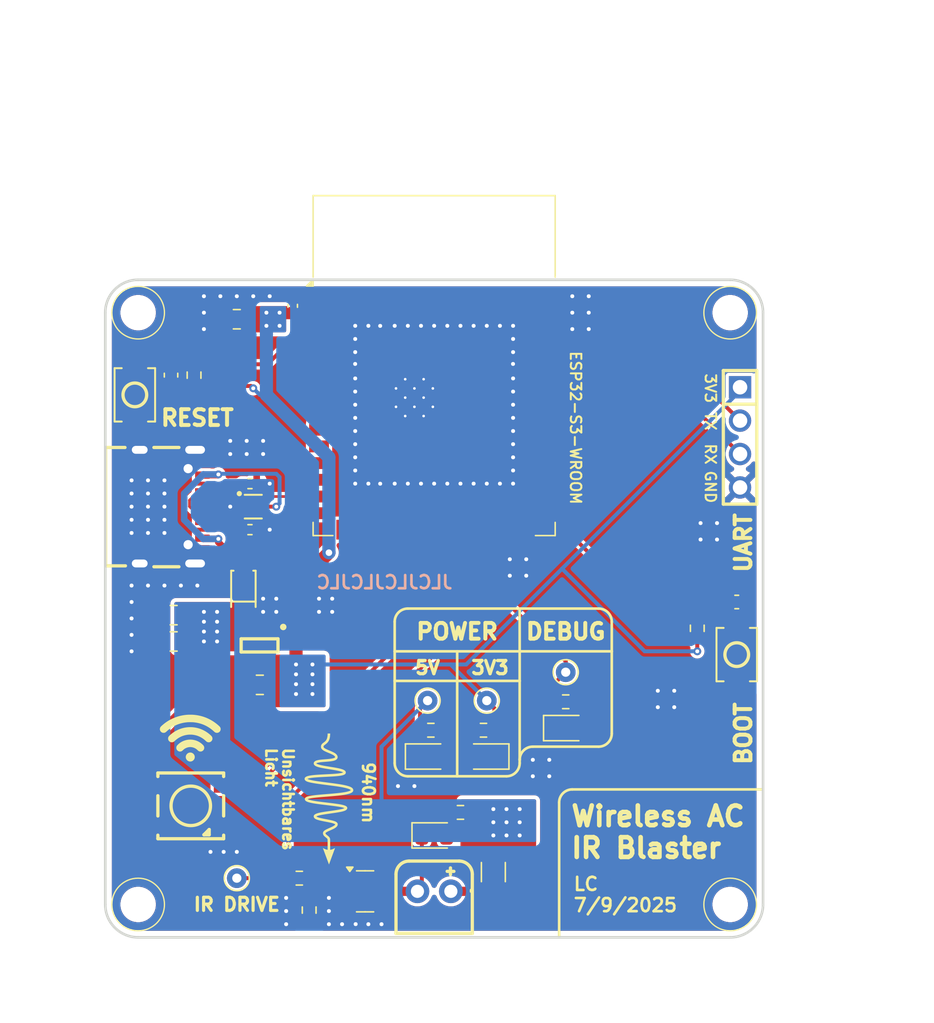
<source format=kicad_pcb>
(kicad_pcb (version 20241229) (generator "pcbnew") (generator_version "9.0")
  (layers (0 "F.Cu" signal) (2 "B.Cu" signal) (13 "F.Paste" user) (15 "B.Paste" user) (5 "F.SilkS" user "F.Silkscreen") (7 "B.SilkS" user "B.Silkscreen") (1 "F.Mask" user) (3 "B.Mask" user) (25 "Edge.Cuts" user))
  (net 0 "")
  (net 1 "GND")
  (net 2 "EN")
  (net 3 "BOOT")
  (net 4 "+3V3")
  (net 5 "VDC")
  (net 6 "Net-(D2-A)")
  (net 7 "Net-(D3-A)")
  (net 8 "D-")
  (net 9 "D+")
  (net 12 "/V_BUS")
  (net 13 "Net-(D6-K)")
  (net 14 "IR_LED_DRIVE")
  (net 16 "LED_STATUS")
  (net 17 "Net-(D5-A)")
  (net 18 "Net-(D6-A)")
  (net 19 "/CC2")
  (net 20 "/CC1")
  (net 21 "Net-(Q1-G)")
  (net 22 "TX")
  (net 23 "RX")
  (net 24 "Net-(D7-A)")
  (net 25 "DEBUG")
  (footprint "TestPoint:TestPoint_THTPad_D1.5mm_Drill0.7mm" (layer "F.Cu") (at -15 39)
    (property "Reference" "TP4" (hide yes))
    (property "Value" "TestPoint" (hide yes))
  )
  (footprint "Capacitor_SMD:C_0603_1608Metric" (layer "F.Cu") (at 23 18)
    (property "Reference" "C7" (hide yes))
    (property "Value" "1u" (hide yes))
  )
  (footprint "Capacitor_SMD:C_0805_2012Metric" (layer "F.Cu") (at -19.8 21 180)
    (property "Reference" "C1" (hide yes))
    (property "Value" "10u" (hide yes))
  )
  (footprint "MountingHole:MountingHole_2.2mm_M2" (layer "F.Cu") (at -22.5 41)
    (property "Reference" "H3" (hide yes))
    (property "Value" "MountingHole" (hide yes))
  )
  (footprint "libs:SOT-666-6_L1.6-W1.2-P0.50-LS1.6-BR" (layer "F.Cu") (at -13.75 10.75 180)
    (property "Reference" "D4" (hide yes))
    (property "Value" "PRTR5V0U2X" (hide yes))
  )
  (footprint "Resistor_SMD:R_0603_1608Metric" (layer "F.Cu") (at -9.5 41.425 90)
    (property "Reference" "R11" (hide yes))
    (property "Value" "100k" (hide yes))
  )
  (footprint "Capacitor_SMD:C_0805_2012Metric" (layer "F.Cu") (at -13.25 24.3 180)
    (property "Reference" "C3" (hide yes))
    (property "Value" "1u" (hide yes))
  )
  (footprint "Capacitor_SMD:C_0805_2012Metric" (layer "F.Cu") (at -19.8 19 180)
    (property "Reference" "C2" (hide yes))
    (property "Value" "1u" (hide yes))
  )
  (footprint "TestPoint:TestPoint_THTPad_D1.5mm_Drill0.7mm" (layer "F.Cu") (at -0.5 25.5)
    (property "Reference" "TP2" (hide yes))
    (property "Value" "TestPoint" (hide yes))
  )
  (footprint "LC_libz_foot:IR_LED_TH_5MM" (layer "F.Cu") (at 0 40)
    (property "Reference" "D6" (hide yes))
    (property "Value" "LED" (hide yes))
  )
  (footprint "TestPoint:TestPoint_THTPad_D1.5mm_Drill0.7mm" (layer "F.Cu") (at 4 25.5)
    (property "Reference" "TP1" (hide yes))
    (property "Value" "TestPoint" (hide yes))
  )
  (footprint "libs:HDR-TH_4P-P2.54-V-M" (layer "F.Cu") (at 23.25 5.48 -90)
    (property "Reference" "J2" (hide yes))
    (property "Value" "Conn_01x04_Pin" (hide yes))
  )
  (footprint "LOGO" (layer "F.Cu") (at -18.5 28.5)
    (property "Reference" "G***" (hide yes))
    (property "Value" "LOGO" (hide yes))
  )
  (footprint "LED_SMD:LED_0805_2012Metric" (layer "F.Cu") (at 10 27.5875)
    (property "Reference" "D5" (hide yes))
    (property "Value" "YELLOW" (hide yes))
  )
  (footprint "MountingHole:MountingHole_2.2mm_M2" (layer "F.Cu") (at 22.5 41)
    (property "Reference" "H4" (hide yes))
    (property "Value" "MountingHole" (hide yes))
  )
  (footprint "MountingHole:MountingHole_2.2mm_M2" (layer "F.Cu") (at 22.5 -4)
    (property "Reference" "H2" (hide yes))
    (property "Value" "MountingHole" (hide yes))
  )
  (footprint "MountingHole:MountingHole_2.2mm_M2" (layer "F.Cu") (at -22.5 -4)
    (property "Reference" "H1" (hide yes))
    (property "Value" "MountingHole" (hide yes))
  )
  (footprint "Resistor_SMD:R_0603_1608Metric" (layer "F.Cu") (at 3.75 27.75)
    (property "Reference" "R1" (hide yes))
    (property "Value" "680R" (hide yes))
  )
  (footprint "Capacitor_SMD:C_0603_1608Metric" (layer "F.Cu") (at -20 0.75 -90)
    (property "Reference" "C6" (hide yes))
    (property "Value" "1u" (hide yes))
  )
  (footprint "Resistor_SMD:R_0603_1608Metric" (layer "F.Cu") (at -10.25 39 180)
    (property "Reference" "R10" (hide yes))
    (property "Value" "100R" (hide yes))
  )
  (footprint "Resistor_SMD:R_1206_3216Metric" (layer "F.Cu") (at 4.5 38.5375 90)
    (property "Reference" "R8" (hide yes))
    (property "Value" "30R" (hide yes))
  )
  (footprint "TestPoint:TestPoint_THTPad_D1.5mm_Drill0.7mm" (layer "F.Cu") (at 10 23.3375)
    (property "Reference" "TP3" (hide yes))
    (property "Value" "TestPoint" (hide yes))
  )
  (footprint "Resistor_SMD:R_0402_1005Metric" (layer "F.Cu") (at -14 9 180)
    (property "Reference" "R3" (hide yes))
    (property "Value" "5k1" (hide yes))
  )
  (footprint "LED_SMD:LED_0805_2012Metric" (layer "F.Cu") (at 0 35.75)
    (property "Reference" "D7" (hide yes))
    (property "Value" "RED" (hide yes))
  )
  (footprint "Resistor_SMD:R_0603_1608Metric" (layer "F.Cu") (at 2 34)
    (property "Reference" "R9" (hide yes))
    (property "Value" "330R" (hide yes))
  )
  (footprint "Resistor_SMD:R_0603_1608Metric" (layer "F.Cu") (at -18.25 0.75 -90)
    (property "Reference" "R6" (hide yes))
    (property "Value" "10k" (hide yes))
  )
  (footprint "Package_TO_SOT_SMD:SOT-23" (layer "F.Cu") (at -5.25 40)
    (property "Reference" "Q1" (hide yes))
    (property "Value" "NMOS" (hide yes))
  )
  (footprint "libs:SW-SMD_L3.9-W3.0-P4.45" (layer "F.Cu") (at 23 22 90)
    (property "Reference" "SW2" (hide yes))
    (property "Value" "SW_Push" (hide yes))
  )
  (footprint "Resistor_SMD:R_0603_1608Metric" (layer "F.Cu") (at -0.25 27.75 180)
    (property "Reference" "R2" (hide yes))
    (property "Value" "2k2" (hide yes))
  )
  (footprint "LOGO" (layer "F.Cu") (at -8 33 -90)
    (property "Reference" "G***" (hide yes))
    (property "Value" "LOGO" (hide yes))
  )
  (footprint "LED_SMD:LED_0805_2012Metric" (layer "F.Cu") (at -0.5 29.75)
    (property "Reference" "D3" (hide yes))
    (property "Value" "GREEN" (hide yes))
  )
  (footprint "Capacitor_SMD:C_0402_1005Metric" (layer "F.Cu") (at -10.75 -4.52 90)
    (property "Reference" "C5" (hide yes))
    (property "Value" "100n" (hide yes))
  )
  (footprint "LC_libz_foot:1N5819HW" (layer "F.Cu") (at -14.5 17 90)
    (property "Reference" "D1" (hide yes))
    (property "Value" "1N5819HW" (hide yes))
  )
  (footprint "libs:USB-C-SMD_TYPE-C-6PIN-2MD-073" (layer "F.Cu") (at -20 10.75 -90)
    (property "Reference" "J1" (hide yes))
    (property "Value" "TYPE-C 16PIN 2MD(073)" (hide yes))
  )
  (footprint "LED_SMD:LED_0805_2012Metric" (layer "F.Cu") (at 4 29.75 180)
    (property "Reference" "D2" (hide yes))
    (property "Value" "GREEN" (hide yes))
  )
  (footprint "libs:SOT-25-5_L2.9-W1.6-P0.95-LS2.8-BL" (layer "F.Cu") (at -13.25 21.3 180)
    (property "Reference" "U1" (hide yes))
    (property "Value" "AP2112K-3.3TRG1" (hide yes))
  )
  (footprint "Capacitor_SMD:C_0805_2012Metric" (layer "F.Cu") (at -15 -3.5 180)
    (property "Reference" "C4" (hide yes))
    (property "Value" "10u" (hide yes))
  )
  (footprint "Resistor_SMD:R_0603_1608Metric" (layer "F.Cu") (at 20 20 -90)
    (property "Reference" "R7" (hide yes))
    (property "Value" "10k" (hide yes))
  )
  (footprint "Resistor_SMD:R_0402_1005Metric" (layer "F.Cu") (at -14 12.5 180)
    (property "Reference" "R4" (hide yes))
    (property "Value" "5k1" (hide yes))
  )
  (footprint "Resistor_SMD:R_0603_1608Metric" (layer "F.Cu") (at 10 25.5875 180)
    (property "Reference" "R5" (hide yes))
    (property "Value" "1k" (hide yes))
  )
  (footprint "LC_libz_foot:WS2812B_5050" (layer "F.Cu") (at -18.5 33.5 -90)
    (property "Reference" "U2" (hide yes))
    (property "Value" "WS2812B_5050" (hide yes))
  )
  (footprint "libs:SW-SMD_L3.9-W3.0-P4.45" (layer "F.Cu") (at -22.75 2.25 90)
    (property "Reference" "SW1" (hide yes))
    (property "Value" "SW_Push" (hide yes))
  )
  (footprint "RF_Module:ESP32-S3-WROOM-1" (layer "F.Cu") (at 0 0)
    (property "Reference" "U3" (hide yes))
    (property "Value" "ESP32-S3-WROOM-1" (hide yes))
  )
  (gr_line (start -2 31.25) (end 5.5 31.25) (stroke (width 0.2)) (layer "F.SilkS"))
  (gr_line (start 13.5 21.75) (end 13.5 19.5) (stroke (width 0.2)) (layer "F.SilkS"))
  (gr_arc (start 12.5 18.5) (mid 13.207107 18.792893) (end 13.5 19.5) (stroke (width 0.2)) (layer "F.SilkS"))
  (gr_arc (start 13.5 28) (mid 13.207107 28.707107) (end 12.5 29) (stroke (width 0.2)) (layer "F.SilkS"))
  (gr_line (start 6.5 30.25) (end 6.5 30) (stroke (width 0.2)) (layer "F.SilkS"))
  (gr_line (start 7.5 29) (end 12.5 29) (stroke (width 0.2)) (layer "F.SilkS"))
  (gr_circle (center 22.5 -4) (end 24.5 -4) (stroke (width 0.1)) (fill no) (layer "F.SilkS"))
  (gr_line (start -3 24) (end -3 21.75) (stroke (width 0.2)) (layer "F.SilkS"))
  (gr_line (start -3 21.75) (end -3 19.5) (stroke (width 0.2)) (layer "F.SilkS"))
  (gr_line (start 6.5 30) (end 6.5 24) (stroke (width 0.2)) (layer "F.SilkS"))
  (gr_line (start -3 24) (end 6.5 24) (stroke (width 0.2)) (layer "F.SilkS"))
  (gr_line (start 25 32.25) (end 10.5 32.25) (stroke (width 0.2)) (layer "F.SilkS"))
  (gr_line (start 6.5 21.75) (end 6.5 18.5) (stroke (width 0.2)) (layer "F.SilkS"))
  (gr_circle (center -22.5 -4) (end -20.5 -4) (stroke (width 0.1)) (fill no) (layer "F.SilkS"))
  (gr_arc (start -2 31.25) (mid -2.707107 30.957107) (end -3 30.25) (stroke (width 0.2)) (layer "F.SilkS"))
  (gr_line (start -2 18.5) (end 12.5 18.5) (stroke (width 0.2)) (layer "F.SilkS"))
  (gr_line (start -3 21.75) (end 13.5 21.75) (stroke (width 0.2)) (layer "F.SilkS"))
  (gr_circle (center 22.5 41) (end 24.5 41) (stroke (width 0.1)) (fill no) (layer "F.SilkS"))
  (gr_circle (center -22.5 41) (end -20.5 41) (stroke (width 0.1)) (fill no) (layer "F.SilkS"))
  (gr_line (start 1.75 24) (end 1.75 21.75) (stroke (width 0.2)) (layer "F.SilkS"))
  (gr_arc (start -3 19.5) (mid -2.707107 18.792893) (end -2 18.5) (stroke (width 0.2)) (layer "F.SilkS"))
  (gr_arc (start 6.5 30.25) (mid 6.207107 30.957107) (end 5.5 31.25) (stroke (width 0.2)) (layer "F.SilkS"))
  (gr_line (start 1.75 31.25) (end 1.75 24) (stroke (width 0.2)) (layer "F.SilkS"))
  (gr_arc (start 6.5 30) (mid 6.792893 29.292893) (end 7.5 29) (stroke (width 0.2)) (layer "F.SilkS"))
  (gr_line (start 6.5 24) (end 6.5 21.75) (stroke (width 0.2)) (layer "F.SilkS"))
  (gr_line (start -3 30.25) (end -3 24) (stroke (width 0.2)) (layer "F.SilkS"))
  (gr_line (start 9.5 43.5) (end 9.5 33.25) (stroke (width 0.2)) (layer "F.SilkS"))
  (gr_arc (start 9.5 33.25) (mid 9.792893 32.542893) (end 10.5 32.25) (stroke (width 0.2)) (layer "F.SilkS"))
  (gr_line (start 13.5 28) (end 13.5 21.75) (stroke (width 0.2)) (layer "F.SilkS"))
  (gr_arc (start 25 41) (mid 24.267767 42.767767) (end 22.5 43.5) (stroke (width 0.2)) (layer "Edge.Cuts"))
  (gr_arc (start -22.5 43.5) (mid -24.267767 42.767767) (end -25 41) (stroke (width 0.2)) (layer "Edge.Cuts"))
  (gr_line (start 22.5 43.5) (end -22.5 43.5) (stroke (width 0.2)) (layer "Edge.Cuts"))
  (gr_line (start -22.5 -6.5) (end 22.5 -6.5) (stroke (width 0.2)) (layer "Edge.Cuts"))
  (gr_arc (start 22.5 -6.5) (mid 24.267767 -5.767767) (end 25 -4) (stroke (width 0.2)) (layer "Edge.Cuts"))
  (gr_line (start 25 -4) (end 25 41) (stroke (width 0.2)) (layer "Edge.Cuts"))
  (gr_line (start -25 -4) (end -25 41) (stroke (width 0.2)) (layer "Edge.Cuts"))
  (gr_arc (start -25 -4) (mid -24.267767 -5.767767) (end -22.5 -6.5) (stroke (width 0.2)) (layer "Edge.Cuts"))
  (gr_text "Wireless AC\nIR Blaster" (at 10.25 35.5 0) (layer "F.SilkS") (effects (font (size 1.5 1.5) (thickness 0.35) (bold yes)) (justify left)))
  (gr_text "LC\n7/9/2025" (at 10.5 40.25 0) (layer "F.SilkS") (effects (font (size 1 1) (thickness 0.2) (bold yes)) (justify left)))
  (gr_text "DEBUG" (at 10 20.25 0) (layer "F.SilkS") (effects (font (size 1.2 1.2) (thickness 0.3) (bold yes))))
  (gr_text "5V" (at -0.5 23 0) (layer "F.SilkS") (effects (font (size 1 1) (thickness 0.25) (bold yes))))
  (gr_text "GND" (at 21 9.25 270) (layer "F.SilkS") (effects (font (size 0.8 0.8))))
  (gr_text "940nm" (at -5 32.5 270) (layer "F.SilkS") (effects (font (size 0.9 0.9) (thickness 0.2) (bold yes))))
  (gr_text "RX" (at 21 6.75 270) (layer "F.SilkS") (effects (font (size 0.8 0.8))))
  (gr_text "TX" (at 21 4.25 270) (layer "F.SilkS") (effects (font (size 0.8 0.8))))
  (gr_text "BOOT" (at 23.5 28 90) (layer "F.SilkS") (effects (font (size 1.2 1.2) (thickness 0.3) (bold yes))))
  (gr_text "3V3" (at 4.25 23 0) (layer "F.SilkS") (effects (font (size 1 1) (thickness 0.25) (bold yes))))
  (gr_text "Unsichtbares\nLicht" (at -11.75 29 270) (layer "F.SilkS") (effects (font (size 0.8 0.8) (thickness 0.2) (bold yes)) (justify left)))
  (gr_text "POWER" (at 1.75 20.25 0) (layer "F.SilkS") (effects (font (size 1.2 1.2) (thickness 0.3) (bold yes))))
  (gr_text "3V3" (at 21 1.75 270) (layer "F.SilkS") (effects (font (size 0.8 0.8))))
  (gr_text "RESET" (at -18 4 0) (layer "F.SilkS") (effects (font (size 1.2 1.2) (thickness 0.3) (bold yes))))
  (gr_text "IR DRIVE" (at -15 41 0) (layer "F.SilkS") (effects (font (size 1 1) (thickness 0.24) (bold yes))))
  (gr_text "ESP32-S3-WROOM" (at 10.75 4.75 270) (layer "F.SilkS") (effects (font (size 0.8 0.8) (thickness 0.15) (bold yes))))
  (gr_text "UART" (at 23.5 13.5 90) (layer "F.SilkS") (effects (font (size 1.2 1.2) (thickness 0.3) (bold yes))))
  (gr_text "JLCJLCJLCJLC" (at 1.5 16.5 0) (layer "B.SilkS") (effects (font (size 1 1) (thickness 0.2) (bold yes)) (justify left mirror)))
  (segment (start -14.47 10.75) (end -15.5 10.75) (width 0.3) (layer "F.Cu") (net 1))
  (via (at 10.5 -2.75) (size 0.6) (drill 0.3) (layers "F.Cu" "B.Cu") (net 1))
  (via (at 8.75 31.25) (size 0.6) (drill 0.3) (layers "F.Cu" "B.Cu") (net 1))
  (via (at -12.5 9) (size 0.6) (drill 0.3) (layers "F.Cu" "B.Cu") (net 1))
  (via (at -12.5 12.5) (size 0.6) (drill 0.3) (layers "F.Cu" "B.Cu") (net 1))
  (via (at -12 17.75) (size 0.6) (drill 0.3) (layers "F.Cu" "B.Cu") (net 1))
  (via (at -23 20.5) (size 0.6) (drill 0.3) (layers "F.Cu" "B.Cu") (net 1))
  (via (at 17 24.75) (size 0.6) (drill 0.3) (layers "F.Cu" "B.Cu") (net 1))
  (via (at 5.75 14.75) (size 0.6) (drill 0.3) (layers "F.Cu" "B.Cu") (net 1))
  (via (at -8.75 17.75) (size 0.6) (drill 0.3) (layers "F.Cu" "B.Cu") (net 1))
  (via (at -15 37) (size 0.6) (drill 0.3) (layers "F.Cu" "B.Cu") (net 1))
  (via (at -21.75 12.75) (size 0.6) (drill 0.3) (layers "F.Cu" "B.Cu") (net 1))
  (via (at -1.5 32) (size 0.6) (drill 0.3) (layers "F.Cu" "B.Cu") (net 1))
  (via (at -11.25 41.5) (size 0.6) (drill 0.3) (layers "F.Cu" "B.Cu") (net 1))
  (via (at -4.101377 -2.994779) (size 0.6) (drill 0.3) (layers "F.Cu" "B.Cu") (net 1))
  (via (at -4 42.5) (size 0.6) (drill 0.3) (layers "F.Cu" "B.Cu") (net 1))
  (via (at -13 6.75) (size 0.6) (drill 0.3) (layers "F.Cu" "B.Cu") (net 1))
  (via (at -17.5 -5.25) (size 0.6) (drill 0.3) (layers "F.Cu" "B.Cu") (net 1))
  (via (at -14.25 5.75) (size 0.6) (drill 0.3) (layers "F.Cu" "B.Cu") (net 1))
  (via (at -20.5 10.75) (size 0.6) (drill 0.3) (layers "F.Cu" "B.Cu") (net 1))
  (via (at 7 14.75) (size 0.6) (drill 0.3) (layers "F.Cu" "B.Cu") (net 1))
  (via (at -21.75 16.75) (size 0.6) (drill 0.3) (layers "F.Cu" "B.Cu") (net 1))
  (via (at -20.5 9.75) (size 0.6) (drill 0.3) (layers "F.Cu" "B.Cu") (net 1))
  (via (at -2.75 32) (size 0.6) (drill 0.3) (layers "F.Cu" "B.Cu") (net 1))
  (via (at -13 17.75) (size 0.6) (drill 0.3) (layers "F.Cu" "B.Cu") (net 1))
  (via (at 17 26) (size 0.6) (drill 0.3) (layers "F.Cu" "B.Cu") (net 1))
  (via (at 5.75 16) (size 0.6) (drill 0.3) (layers "F.Cu" "B.Cu") (net 1))
  (via (at 0 9) (size 0.6) (drill 0.3) (layers "F.Cu" "B.Cu") (net 1))
  (via (at -1 -3) (size 0.6) (drill 0.3) (layers "F.Cu" "B.Cu") (net 1))
  (via (at -2 -3) (size 0.6) (drill 0.3) (layers "F.Cu" "B.Cu") (net 1))
  (via (at -8.75 18.75) (size 0.6) (drill 0.3) (layers "F.Cu" "B.Cu") (net 1))
  (via (at -7.75 18.75) (size 0.6) (drill 0.3) (layers "F.Cu" "B.Cu") (net 1))
  (via (at 11.75 -5.25) (size 0.6) (drill 0.3) (layers "F.Cu" "B.Cu") (net 1))
  (via (at -5 9) (size 0.6) (drill 0.3) (layers "F.Cu" "B.Cu") (net 1))
  (via (at -5 42.5) (size 0.6) (drill 0.3) (layers "F.Cu" "B.Cu") (net 1))
  (via (at -21.75 9.75) (size 0.6) (drill 0.3) (layers "F.Cu" "B.Cu") (net 1))
  (via (at -16 37) (size 0.6) (drill 0.3) (layers "F.Cu" "B.Cu") (net 1))
  (via (at -6 3) (size 0.6) (drill 0.3) (layers "F.Cu" "B.Cu") (net 1))
  (via (at -6 9) (size 0.6) (drill 0.3) (layers "F.Cu" "B.Cu") (net 1))
  (via (at -4.101377 9.005221) (size 0.6) (drill 0.3) (layers "F.Cu" "B.Cu") (net 1))
  (via (at -23 19.25) (size 0.6) (drill 0.3) (layers "F.Cu" "B.Cu") (net 1))
  (via (at 5 9) (size 0.6) (drill 0.3) (layers "F.Cu" "B.Cu") (net 1))
  (via (at 18.25 24.75) (size 0.6) (drill 0.3) (layers "F.Cu" "B.Cu") (net 1))
  (via (at 6 7) (size 0.6) (drill 0.3) (layers "F.Cu" "B.Cu") (net 1))
  (via (at 7 16) (size 0.6) (drill 0.3) (layers "F.Cu" "B.Cu") (net 1))
  (via (at 4 9) (size 0.6) (drill 0.3) (layers "F.Cu" "B.Cu") (net 1))
  (via (at 4 -3) (size 0.6) (drill 0.3) (layers "F.Cu" "B.Cu") (net 1))
  (via (at -23 21.75) (size 0.6) (drill 0.3) (layers "F.Cu" "B.Cu") (net 1))
  (via (at -15.5 6.75) (size 0.6) (drill 0.3) (layers "F.Cu" "B.Cu") (net 1))
  (via (at 6 9) (size 0.6) (drill 0.3) (layers "F.Cu" "B.Cu") (net 1))
  (via (at -15.5 10.75) (size 0.6) (drill 0.3) (layers "F.Cu" "B.Cu") (net 1))
  (via (at -6.005221 -0.101377) (size 0.6) (drill 0.3) (layers "F.Cu" "B.Cu") (net 1))
  (via (at -20.5 16.75) (size 0.6) (drill 0.3) (layers "F.Cu" "B.Cu") (net 1))
  (via (at 10.5 -4) (size 0.6) (drill 0.3) (layers "F.Cu" "B.Cu") (net 1))
  (via (at 11.75 -2.75) (size 0.6) (drill 0.3) (layers "F.Cu" "B.Cu") (net 1))
  (via (at -20.5 12.75) (size 0.6) (drill 0.3) (layers "F.Cu" "B.Cu") (net 1))
  (via (at -18 16.75) (size 0.6) (drill 0.3) (layers "F.Cu" "B.Cu") (net 1))
  (via (at 6 -1) (size 0.6) (drill 0.3) (layers "F.Cu" "B.Cu") (net 1))
  (via (at -21.75 8.75) (size 0.6) (drill 0.3) (layers "F.Cu" "B.Cu") (net 1))
  (via (at 8.75 30) (size 0.6) (drill 0.3) (layers "F.Cu" "B.Cu") (net 1))
  (via (at -23 16.75) (size 0.6) (drill 0.3) (layers "F.Cu" "B.Cu") (net 1))
  (via (at -5.967067 42.494018) (size 0.6) (drill 0.3) (layers "F.Cu" "B.Cu") (net 1))
  (via (at 6 4) (size 0.6) (drill 0.3) (layers "F.Cu" "B.Cu") (net 1))
  (via (at -11.25 42.5) (size 0.6) (drill 0.3) (layers "F.Cu" "B.Cu") (net 1))
  (via (at 2 9) (size 0.6) (drill 0.3) (layers "F.Cu" "B.Cu") (net 1))
  (via (at -15.5 5.75) (size 0.6) (drill 0.3) (layers "F.Cu" "B.Cu") (net 1))
  (via (at 6 -3) (size 0.6) (drill 0.3) (layers "F.Cu" "B.Cu") (net 1))
  (via (at -20.5 11.75) (size 0.6) (drill 0.3) (layers "F.Cu" "B.Cu") (net 1))
  (via (at 1 9) (size 0.6) (drill 0.3) (layers "F.Cu" "B.Cu") (net 1))
  (via (at -19.25 16.75) (size 0.6) (drill 0.3) (layers "F.Cu" "B.Cu") (net 1))
  (via (at -8 40.5) (size 0.6) (drill 0.3) (layers "F.Cu" "B.Cu") (net 1))
  (via (at -17.5 -4) (size 0.6) (drill 0.3) (layers "F.Cu" "B.Cu") (net 1))
  (via (at 6 8) (size 0.6) (drill 0.3) (layers "F.Cu" "B.Cu") (net 1))
  (via (at 6 5) (size 0.6) (drill 0.3) (layers "F.Cu" "B.Cu") (net 1))
  (via (at -3 9) (size 0.6) (drill 0.3) (layers "F.Cu" "B.Cu") (net 1))
  (via (at -8 41.5) (size 0.6) (drill 0.3) (layers "F.Cu" "B.Cu") (net 1))
  (via (at 3 -3) (size 0.6) (drill 0.3) (layers "F.Cu" "B.Cu") (net 1))
  (via (at 6 3) (size 0.6) (drill 0.3) (layers "F.Cu" "B.Cu") (net 1))
  (via (at 10.5 -5.25) (size 0.6) (drill 0.3) (layers "F.Cu" "B.Cu") (net 1))
  (via (at -7 42.5) (size 0.6) (drill 0.3) (layers "F.Cu" "B.Cu") (net 1))
  (via (at -6 -2) (size 0.6) (drill 0.3) (layers "F.Cu" "B.Cu") (net 1))
  (via (at 21.5 12) (size 0.6) (drill 0.3) (layers "F.Cu" "B.Cu") (net 1))
  (via (at -17 37) (size 0.6) (drill 0.3) (layers "F.Cu" "B.Cu") (net 1))
  (via (at -21.75 11.75) (size 0.6) (drill 0.3) (layers "F.Cu" "B.Cu") (net 1))
  (via (at -6 4) (size 0.6) (drill 0.3) (layers "F.Cu" "B.Cu") (net 1))
  (via (at -6 -1) (size 0.6) (drill 0.3) (layers "F.Cu" "B.Cu") (net 1))
  (via (at -23 8.75) (size 0.6) (drill 0.3) (layers "F.Cu" "B.Cu") (net 1))
  (via (at 5 -3) (size 0.6) (drill 0.3) (layers "F.Cu" "B.Cu") (net 1))
  (via (at 6 6) (size 0.6) (drill 0.3) (layers "F.Cu" "B.Cu") (net 1))
  (via (at -12.5 -5.25) (size 0.6) (drill 0.3) (layers "F.Cu" "B.Cu") (net 1))
  (via (at -6 1) (size 0.6) (drill 0.3) (layers "F.Cu" "B.Cu") (net 1))
  (via (at -23 10.75) (size 0.6) (drill 0.3) (layers "F.Cu" "B.Cu") (net 1))
  (via (at -2 9) (size 0.6) (drill 0.3) (layers "F.Cu" "B.Cu") (net 1))
  (via (at -6 2) (size 0.6) (drill 0.3) (layers "F.Cu" "B.Cu") (net 1))
  (via (at -11.25 40.5) (size 0.6) (drill 0.3) (layers "F.Cu" "B.Cu") (net 1))
  (via (at -16.25 -5.25) (size 0.6) (drill 0.3) (layers "F.Cu" "B.Cu") (net 1))
  (via (at 1 -3) (size 0.6) (drill 0.3) (layers "F.Cu" "B.Cu") (net 1))
  (via (at -5 -3) (size 0.6) (drill 0.3) (layers "F.Cu" "B.Cu") (net 1))
  (via (at -6 -3) (size 0.6) (drill 0.3) (layers "F.Cu" "B.Cu") (net 1))
  (via (at -6 5) (size 0.6) (drill 0.3) (layers "F.Cu" "B.Cu") (net 1))
  (via (at -12 18.75) (size 0.6) (drill 0.3) (layers "F.Cu" "B.Cu") (net 1))
  (via (at -20.5 8.75) (size 0.6) (drill 0.3) (layers "F.Cu" "B.Cu") (net 1))
  (via (at -13 5.75) (size 0.6) (drill 0.3) (layers "F.Cu" "B.Cu") (net 1))
  (via (at -21.75 10.75) (size 0.6) (drill 0.3) (layers "F.Cu" "B.Cu") (net 1))
  (via (at -7.75 17.75) (size 0.6) (drill 0.3) (layers "F.Cu" "B.Cu") (net 1))
  (via (at 21.5 13.25) (size 0.6) (drill 0.3) (layers "F.Cu" "B.Cu") (net 1))
  (via (at -13 18.75) (size 0.6) (drill 0.3) (layers "F.Cu" "B.Cu") (net 1))
  (via (at -6 6) (size 0.6) (drill 0.3) (layers "F.Cu" "B.Cu") (net 1))
  (via (at 3 9) (size 0.6) (drill 0.3) (layers "F.Cu" "B.Cu") (net 1))
  (via (at -8 42.5) (size 0.6) (drill 0.3) (layers "F.Cu" "B.Cu") (net 1))
  (via (at -13.75 -5.25) (size 0.6) (drill 0.3) (layers "F.Cu" "B.Cu") (net 1))
  (via (at 6 -2) (size 0.6) (drill 0.3) (layers "F.Cu" "B.Cu") (net 1))
  (via (at 7.5 31.25) (size 0.6) (drill 0.3) (layers "F.Cu" "B.Cu") (net 1))
  (via (at -3 -3) (size 0.6) (drill 0.3) (layers "F.Cu" "B.Cu") (net 1))
  (via (at 6 2) (size 0.6) (drill 0.3) (layers "F.Cu" "B.Cu") (net 1))
  (via (at -14.25 6.75) (size 0.6) (drill 0.3) (layers "F.Cu" "B.Cu") (net 1))
  (via (at 20.25 12) (size 0.6) (drill 0.3) (layers "F.Cu" "B.Cu") (net 1))
  (via (at -23 18) (size 0.6) (drill 0.3) (layers "F.Cu" "B.Cu") (net 1))
  (via (at 11.75 -4) (size 0.6) (drill 0.3) (layers "F.Cu" "B.Cu") (net 1))
  (via (at -17.5 -2.75) (size 0.6) (drill 0.3) (layers "F.Cu" "B.Cu") (net 1))
  (via (at 0 -3) (size 0.6) (drill 0.3) (layers "F.Cu" "B.Cu") (net 1))
  (via (at 2 -3) (size 0.6) (drill 0.3) (layers "F.Cu" "B.Cu") (net 1))
  (via (at -15 -5.25) (size 0.6) (drill 0.3) (layers "F.Cu" "B.Cu") (net 1))
  (via (at -23 11.75) (size 0.6) (drill 0.3) (layers "F.Cu" "B.Cu") (net 1))
  (via (at 5.994779 -0.101377) (size 0.6) (drill 0.3) (layers "F.Cu" "B.Cu") (net 1))
  (via (at -6 7) (size 0.6) (drill 0.3) (layers "F.Cu" "B.Cu") (net 1))
  (via (at 18.25 26) (size 0.6) (drill 0.3) (layers "F.Cu" "B.Cu") (net 1))
  (via (at 6 1) (size 0.6) (drill 0.3) (layers "F.Cu" "B.Cu") (net 1))
  (via (at -6 8) (size 0.6) (drill 0.3) (layers "F.Cu" "B.Cu") (net 1))
  (via (at -1 9) (size 0.6) (drill 0.3) (layers "F.Cu" "B.Cu") (net 1))
  (via (at -23 9.75) (size 0.6) (drill 0.3) (layers "F.Cu" "B.Cu") (net 1))
  (via (at -23 12.75) (size 0.6) (drill 0.3) (layers "F.Cu" "B.Cu") (net 1))
  (via (at 7.5 30) (size 0.6) (drill 0.3) (layers "F.Cu" "B.Cu") (net 1))
  (via (at 20.25 13.25) (size 0.6) (drill 0.3) (layers "F.Cu" "B.Cu") (net 1))
  (segment (start -12.675 -0.075) (end -10.03 -2.72) (width 0.3) (layer "F.Cu") (net 2))
  (segment (start -10.03 -2.72) (end -8.75 -2.72) (width 0.3) (layer "F.Cu") (net 2))
  (segment (start -22.75 0.07) (end -20.095 0.07) (width 0.3) (layer "F.Cu") (net 2))
  (segment (start -20 -0.025) (end -18.3 -0.025) (width 0.3) (layer "F.Cu") (net 2))
  (segment (start -18.25 -0.075) (end -12.675 -0.075) (width 0.3) (layer "F.Cu") (net 2))
  (segment (start -20.095 0.07) (end -20 -0.025) (width 0.3) (layer "F.Cu") (net 2))
  (segment (start -18.3 -0.025) (end -18.25 -0.075) (width 0.3) (layer "F.Cu") (net 2))
  (segment (start 20 19.175) (end 16.675 19.175) (width 0.3) (layer "F.Cu") (net 3))
  (segment (start 22.225 18) (end 22.225 19.045) (width 0.3) (layer "F.Cu") (net 3))
  (segment (start 16.675 19.175) (end 8.75 11.25) (width 0.3) (layer "F.Cu") (net 3))
  (segment (start 20 19.175) (end 22.355 19.175) (width 0.3) (layer "F.Cu") (net 3))
  (segment (start 22.225 19.045) (end 22.355 19.175) (width 0.3) (layer "F.Cu") (net 3))
  (segment (start 22.355 19.175) (end 23 19.82) (width 0.3) (layer "F.Cu") (net 3))
  (segment (start 4.575 26.075) (end 4 25.5) (width 0.3) (layer "F.Cu") (net 4))
  (segment (start 20 20.825) (end 20 21.75) (width 0.3) (layer "F.Cu") (net 4))
  (segment (start 4.575 27.75) (end 4.575 26.075) (width 0.3) (layer "F.Cu") (net 4))
  (segment (start -10.5 16.75) (end -10.5 22.75) (width 1) (layer "F.Cu") (net 4))
  (segment (start -13.925 1.575) (end -13.75 1.75) (width 0.3) (layer "F.Cu") (net 4))
  (segment (start -18.25 1.575) (end -13.925 1.575) (width 0.3) (layer "F.Cu") (net 4))
  (segment (start -8 14.25) (end -10.5 16.75) (width 1) (layer "F.Cu") (net 4))
  (via (at -11.75 -3) (size 0.6) (drill 0.3) (layers "F.Cu" "B.Cu") (net 4))
  (via (at -13.75 1.75) (size 0.6) (drill 0.3) (layers "F.Cu" "B.Cu") (net 4))
  (via (at -9.25 24.25) (size 0.6) (drill 0.3) (layers "F.Cu" "B.Cu") (net 4))
  (via (at -10.5 23.5) (size 0.6) (drill 0.3) (layers "F.Cu" "B.Cu") (net 4))
  (via (at -10.5 25) (size 0.6) (drill 0.3) (layers "F.Cu" "B.Cu") (net 4))
  (via (at -8 14.25) (size 1) (drill 0.5) (layers "F.Cu" "B.Cu") (net 4))
  (via (at -10.5 24.25) (size 0.6) (drill 0.3) (layers "F.Cu" "B.Cu") (net 4))
  (via (at -12.75 -3) (size 0.6) (drill 0.3) (layers "F.Cu" "B.Cu") (net 4))
  (via (at -12.75 -4) (size 0.6) (drill 0.3) (layers "F.Cu" "B.Cu") (net 4))
  (via (at -9.25 22.75) (size 0.6) (drill 0.3) (layers "F.Cu" "B.Cu") (net 4))
  (via (at 20 21.75) (size 0.6) (drill 0.3) (layers "F.Cu" "B.Cu") (net 4))
  (via (at -10.5 22.75) (size 0.6) (drill 0.3) (layers "F.Cu" "B.Cu") (net 4))
  (via (at -11.75 -4) (size 0.6) (drill 0.3) (layers "F.Cu" "B.Cu") (net 4))
  (via (at -9.25 23.5) (size 0.6) (drill 0.3) (layers "F.Cu" "B.Cu") (net 4))
  (via (at -9.25 25) (size 0.6) (drill 0.3) (layers "F.Cu" "B.Cu") (net 4))
  (segment (start 1.25 22.75) (end -9.25 22.75) (width 0.3) (layer "B.Cu") (net 4))
  (segment (start -13.75 1.75) (end -13.25 2.25) (width 0.3) (layer "B.Cu") (net 4))
  (segment (start -8 14.25) (end -8 7) (width 1) (layer "B.Cu") (net 4))
  (segment (start -12.75 2.25) (end -12.75 -3) (width 1) (layer "B.Cu") (net 4))
  (segment (start 2.44 22.75) (end 9.72 15.47) (width 0.3) (layer "B.Cu") (net 4))
  (segment (start 23.25 1.67) (end 23.25 1.94) (width 0.3) (layer "B.Cu") (net 4))
  (segment (start 4 25.5) (end 1.25 22.75) (width 0.3) (layer "B.Cu") (net 4))
  (segment (start 1.25 22.75) (end 2.44 22.75) (width 0.3) (layer "B.Cu") (net 4))
  (segment (start -13.25 2.25) (end -12.75 2.25) (width 0.3) (layer "B.Cu") (net 4))
  (segment (start -8 7) (end -12.75 2.25) (width 1) (layer "B.Cu") (net 4))
  (segment (start 23.25 1.94) (end 9.72 15.47) (width 0.3) (layer "B.Cu") (net 4))
  (segment (start 20 21.75) (end 16 21.75) (width 0.3) (layer "B.Cu") (net 4))
  (segment (start 16 21.75) (end 9.72 15.47) (width 0.3) (layer "B.Cu") (net 4))
  (segment (start -1.075 27.75) (end -1.075 26.075) (width 0.3) (layer "F.Cu") (net 5))
  (segment (start -21 32) (end -21 28) (width 0.5) (layer "F.Cu") (net 5))
  (segment (start -14.2 21.05) (end -14.2 20) (width 0.3) (layer "F.Cu") (net 5))
  (segment (start -12.3 21.05) (end -12.75 21.5) (width 0.3) (layer "F.Cu") (net 5))
  (segment (start -13.75 21.5) (end -14.2 21.05) (width 0.3) (layer "F.Cu") (net 5))
  (segment (start -12.3 20) (end -12.3 21.05) (width 0.3) (layer "F.Cu") (net 5))
  (segment (start -21 28) (end -17.5 24.5) (width 0.5) (layer "F.Cu") (net 5))
  (segment (start -1.075 26.075) (end -0.5 25.5) (width 0.3) (layer "F.Cu") (net 5))
  (segment (start -12.75 21.5) (end -13.75 21.5) (width 0.3) (layer "F.Cu") (net 5))
  (segment (start -17.5 24.5) (end -17.5 21) (width 0.5) (layer "F.Cu") (net 5))
  (via (at 5.5 33.75) (size 0.6) (drill 0.3) (layers "F.Cu" "B.Cu") (net 5))
  (via (at -16.5 18.75) (size 0.6) (drill 0.3) (layers "F.Cu" "B.Cu") (net 5))
  (via (at 4.5 35.75) (size 0.6) (drill 0.3) (layers "F.Cu" "B.Cu") (net 5))
  (via (at -16.5 19.5) (size 0.6) (drill 0.3) (layers "F.Cu" "B.Cu") (net 5))
  (via (at 6.5 33.75) (size 0.6) (drill 0.3) (layers "F.Cu" "B.Cu") (net 5))
  (via (at -17.5 19.5) (size 0.6) (drill 0.3) (layers "F.Cu" "B.Cu") (net 5))
  (via (at -17.5 21) (size 0.6) (drill 0.3) (layers "F.Cu" "B.Cu") (net 5))
  (via (at 5.5 34.75) (size 0.6) (drill 0.3) (layers "F.Cu" "B.Cu") (net 5))
  (via (at -16.5 21) (size 0.6) (drill 0.3) (layers "F.Cu" "B.Cu") (net 5))
  (via (at -17.5 20.25) (size 0.6) (drill 0.3) (layers "F.Cu" "B.Cu") (net 5))
  (via (at -17.5 18.75) (size 0.6) (drill 0.3) (layers "F.Cu" "B.Cu") (net 5))
  (via (at 6.5 35.75) (size 0.6) (drill 0.3) (layers "F.Cu" "B.Cu") (net 5))
  (via (at 4.5 33.75) (size 0.6) (drill 0.3) (layers "F.Cu" "B.Cu") (net 5))
  (via (at 6.5 34.75) (size 0.6) (drill 0.3) (layers "F.Cu" "B.Cu") (net 5))
  (via (at 4.5 34.75) (size 0.6) (drill 0.3) (layers "F.Cu" "B.Cu") (net 5))
  (via (at 5.5 35.75) (size 0.6) (drill 0.3) (layers "F.Cu" "B.Cu") (net 5))
  (via (at -16.5 20.25) (size 0.6) (drill 0.3) (layers "F.Cu" "B.Cu") (net 5))
  (segment (start -4 29) (end -0.5 25.5) (width 0.3) (layer "B.Cu") (net 5))
  (segment (start -4 33.25) (end -4 29) (width 0.3) (layer "B.Cu") (net 5))
  (segment (start 3.0625 29.75) (end 3.0625 27.8875) (width 0.3) (layer "F.Cu") (net 6))
  (segment (start 3.0625 27.8875) (end 2.925 27.75) (width 0.3) (layer "F.Cu") (net 6))
  (segment (start 0.4375 27.8875) (end 0.575 27.75) (width 0.3) (layer "F.Cu") (net 7))
  (segment (start 0.4375 29.75) (end 0.4375 27.8875) (width 0.3) (layer "F.Cu") (net 7))
  (segment (start -17.5375 11) (end -18.3395 11) (width 0.2) (layer "F.Cu") (net 8))
  (segment (start -14.47 10.25) (end -13.03 10.25) (width 0.2) (layer "F.Cu") (net 8))
  (segment (start -14.47 10.25) (end -14.72 10) (width 0.2) (layer "F.Cu") (net 8))
  (segment (start -18.3395 10) (end -17.5375 10) (width 0.2) (layer "F.Cu") (net 8))
  (segment (start -14.72 10) (end -17.62 10) (width 0.2) (layer "F.Cu") (net 8))
  (segment (start -18.6 10.2605) (end -18.3395 10) (width 0.2) (layer "F.Cu") (net 8))
  (segment (start -18.6 10.7395) (end -18.6 10.2605) (width 0.2) (layer "F.Cu") (net 8))
  (segment (start -18.3395 11) (end -18.6 10.7395) (width 0.2) (layer "F.Cu") (net 8))
  (segment (start -13.03 10.25) (end -12.76 9.98) (width 0.2) (layer "F.Cu") (net 8))
  (segment (start -17.5375 10) (end -17.5175 9.98) (width 0.2) (layer "F.Cu") (net 8))
  (segment (start -12.76 9.98) (end -8.75 9.98) (width 0.2) (layer "F.Cu") (net 8))
  (segment (start -13.03 11.25) (end -12.78 11.5) (width 0.2) (layer "F.Cu") (net 9))
  (segment (start -17.5375 11.5) (end -16.8355 11.5) (width 0.2) (layer "F.Cu") (net 9))
  (segment (start -14.47 11.25) (end -14.72 11.5) (width 0.2) (layer "F.Cu") (net 9))
  (segment (start -14.47 11.25) (end -13.03 11.25) (width 0.2) (layer "F.Cu") (net 9))
  (segment (start -16.7355 10.5) (end -17.5375 10.5) (width 0.2) (layer "F.Cu") (net 9))
  (segment (start -16.6865 10.549) (end -16.7355 10.5) (width 0.2) (layer "F.Cu") (net 9))
  (segment (start -16.8355 11.5) (end -16.6865 11.351) (width 0.2) (layer "F.Cu") (net 9))
  (segment (start -14.72 11.5) (end -16.8355 11.5) (width 0.2) (layer "F.Cu") (net 9))
  (segment (start -12.78 11.5) (end -9 11.5) (width 0.2) (layer "F.Cu") (net 9))
  (segment (start -16.6865 11.351) (end -16.6865 10.549) (width 0.2) (layer "F.Cu") (net 9))
  (segment (start -8.75 11.25) (end -9 11.5) (width 0.2) (layer "F.Cu") (net 9))
  (segment (start -17.57 13.2) (end -17.62 13.15) (width 0.5) (layer "F.Cu") (net 12))
  (segment (start -16.4 13.2) (end -17.57 13.2) (width 0.5) (layer "F.Cu") (net 12))
  (segment (start -16.45 8.35) (end -16.4 8.3) (width 0.5) (layer "F.Cu") (net 12))
  (segment (start -17.62 8.35) (end -16.45 8.35) (width 0.5) (layer "F.Cu") (net 12))
  (segment (start -13.03 10.75) (end -12 10.75) (width 0.3) (layer "F.Cu") (net 12))
  (segment (start -16.4 13.2) (end -16.4 13.46) (width 0.5) (layer "F.Cu") (net 12))
  (segment (start -16.4 13.46) (end -14.5 15.36) (width 0.5) (layer "F.Cu") (net 12))
  (via (at -16.4 8.3) (size 0.6) (drill 0.3) (layers "F.Cu" "B.Cu") (net 12))
  (via (at -12 10.75) (size 0.6) (drill 0.3) (layers "F.Cu" "B.Cu") (net 12))
  (via (at -16.4 13.2) (size 0.6) (drill 0.3) (layers "F.Cu" "B.Cu") (net 12))
  (segment (start -19 9.75) (end -19 11.75) (width 0.5) (layer "B.Cu") (net 12))
  (segment (start -16.35 8.25) (end -16.4 8.3) (width 0.3) (layer "B.Cu") (net 12))
  (segment (start -12 8.25) (end -16.35 8.25) (width 0.3) (layer "B.Cu") (net 12))
  (segment (start -11.75 10.5) (end -11.75 8.5) (width 0.3) (layer "B.Cu") (net 12))
  (segment (start -12 10.75) (end -11.75 10.5) (width 0.3) (layer "B.Cu") (net 12))
  (segment (start -19 11.75) (end -17.55 13.2) (width 0.5) (layer "B.Cu") (net 12))
  (segment (start -17.55 13.2) (end -16.4 13.2) (width 0.5) (layer "B.Cu") (net 12))
  (segment (start -17.55 8.3) (end -19 9.75) (width 0.5) (layer "B.Cu") (net 12))
  (segment (start -11.75 8.5) (end -12 8.25) (width 0.3) (layer "B.Cu") (net 12))
  (segment (start -16.4 8.3) (end -17.55 8.3) (width 0.5) (layer "B.Cu") (net 12))
  (segment (start -0.9375 35.75) (end -0.9375 39.6675) (width 0.3) (layer "F.Cu") (net 13))
  (segment (start -1.27 40) (end -4.3125 40) (width 0.7) (layer "F.Cu") (net 13))
  (segment (start -0.9375 39.6675) (end -1.27 40) (width 0.3) (layer "F.Cu") (net 13))
  (segment (start -11.075 39) (end -11.075 33.075) (width 0.3) (layer "F.Cu") (net 14))
  (segment (start 0.635 21.365) (end 0.635 12.5) (width 0.3) (layer "F.Cu") (net 14))
  (segment (start -11.075 33.075) (end 0.635 21.365) (width 0.3) (layer "F.Cu") (net 14))
  (segment (start -11.075 39) (end -15 39) (width 0.3) (layer "F.Cu") (net 14))
  (segment (start -0.635 19.135) (end -0.635 12.5) (width 0.3) (layer "F.Cu") (net 16))
  (segment (start -16 32) (end -13.5 32) (width 0.3) (layer "F.Cu") (net 16))
  (segment (start -13.5 32) (end -0.635 19.135) (width 0.3) (layer "F.Cu") (net 16))
  (segment (start 10.825 25.5875) (end 10.825 27.475) (width 0.3) (layer "F.Cu") (net 17))
  (segment (start 10.825 27.475) (end 10.9375 27.5875) (width 0.3) (layer "F.Cu") (net 17))
  (segment (start 1.27 40) (end 4.5 40) (width 0.7) (layer "F.Cu") (net 18))
  (segment (start -14.51 12.5) (end -17.62 12.5) (width 0.3) (layer "F.Cu") (net 19))
  (segment (start -15.5 9) (end -16 9.5) (width 0.3) (layer "F.Cu") (net 20))
  (segment (start -16 9.5) (end -17.62 9.5) (width 0.3) (layer "F.Cu") (net 20))
  (segment (start -14.51 9) (end -15.5 9) (width 0.3) (layer "F.Cu") (net 20))
  (segment (start -9.425 39) (end -6.2375 39) (width 0.3) (layer "F.Cu") (net 21))
  (segment (start -6.2375 39) (end -6.1875 39.05) (width 0.3) (layer "F.Cu") (net 21))
  (segment (start -9.5 40.6) (end -9.5 39.075) (width 0.3) (layer "F.Cu") (net 21))
  (segment (start -9.5 39.075) (end -9.425 39) (width 0.3) (layer "F.Cu") (net 21))
  (segment (start 17.59 -1.45) (end 8.75 -1.45) (width 0.3) (layer "F.Cu") (net 22))
  (segment (start 23.25 4.21) (end 17.59 -1.45) (width 0.3) (layer "F.Cu") (net 22))
  (segment (start 23.25 6.75) (end 16.32 -0.18) (width 0.3) (layer "F.Cu") (net 23))
  (segment (start 16.32 -0.18) (end 8.75 -0.18) (width 0.3) (layer "F.Cu") (net 23))
  (segment (start 0.9375 34.2375) (end 1.175 34) (width 0.3) (layer "F.Cu") (net 24))
  (segment (start 0.9375 35.75) (end 0.9375 34.2375) (width 0.3) (layer "F.Cu") (net 24))
  (segment (start 10 22.5) (end 1.905 14.405) (width 0.3) (layer "F.Cu") (net 25))
  (segment (start 10 23.3375) (end 10 22.5) (width 0.3) (layer "F.Cu") (net 25))
  (segment (start 1.905 14.405) (end 1.905 12.5) (width 0.3) (layer "F.Cu") (net 25))
  (segment (start 9.175 24.1625) (end 10 23.3375) (width 0.3) (layer "F.Cu") (net 25))
  (segment (start 9.175 25.5875) (end 9.175 24.1625) (width 0.3) (layer "F.Cu") (net 25))
  (zone (net 5) (net_name "VDC") (layer "F.Cu") (priority 2) (connect_pads (clearance 0.3)) (min_thickness 0.25) (fill yes (thermal_gap 0.5) (thermal_bridge_width 0.5))
    (polygon (pts (xy 2 33) (xy 2 38.25) (xy 7.75 38.25) (xy 7.75 33)))
  )
  (zone (net 5) (net_name "VDC") (layer "F.Cu") (priority 3) (connect_pads (clearance 0.3)) (min_thickness 0.25) (fill yes (thermal_gap 0.5) (thermal_bridge_width 0.5))
    (polygon (pts (xy -13.75 21.75) (xy -13.75 18) (xy -19.75 18) (xy -19.75 21.75)))
  )
  (zone (net 4) (net_name "+3V3") (layer "F.Cu") (priority 2) (connect_pads (clearance 0.3)) (min_thickness 0.25) (fill yes (thermal_gap 0.5) (thermal_bridge_width 0.5))
    (polygon (pts (xy -13 22) (xy -13 26) (xy -8.25 26) (xy -8.25 22)))
  )
  (zone (net 1) (net_name "GND") (layer "F.Cu") (priority 1) (connect_pads (clearance 0.25)) (min_thickness 0.4) (fill yes (thermal_gap 0.5) (thermal_bridge_width 0.5))
    (polygon (pts (xy -28 -8) (xy -29 47) (xy 34 46) (xy 32 -9)))
  )
  (zone (net 4) (net_name "+3V3") (layer "F.Cu") (priority 5) (connect_pads (clearance 0.3)) (min_thickness 0.25) (fill yes (thermal_gap 0.5) (thermal_bridge_width 0.5))
    (polygon (pts (xy -14.75 -4.5) (xy -8 -4.5) (xy -8 -3.5) (xy -11.25 -3.5) (xy -11.25 -2.5) (xy -14.75 -2.5)))
  )
  (zone (net 4) (net_name "+3V3") (layer "B.Cu") (priority 4) (connect_pads (clearance 0.3)) (min_thickness 0.25) (fill yes (thermal_gap 0.5) (thermal_bridge_width 0.5))
    (polygon (pts (xy -8.25 22) (xy -8.25 26) (xy -11.75 26) (xy -11.75 22)))
  )
  (zone (net 1) (net_name "GND") (layer "B.Cu") (connect_pads (clearance 0.25)) (min_thickness 0.4) (fill yes (thermal_gap 0.5) (thermal_bridge_width 0.5))
    (polygon (pts (xy -33 -10) (xy -33 50) (xy 38 50) (xy 35 -16)))
  )
  (zone (net 5) (net_name "VDC") (layer "B.Cu") (priority 5) (connect_pads (clearance 0.3)) (min_thickness 0.25) (fill yes (thermal_gap 0.5) (thermal_bridge_width 0.5))
    (polygon (pts (xy -19.75 18) (xy -19.75 29.635138) (xy -11.59167 36.25) (xy 7.75 36.25) (xy 7.75 33) (xy -9.75 33) (xy -15.5 28.5) (xy -15.5 18)))
  )
  (zone (net 4) (net_name "+3V3") (layer "B.Cu") (priority 6) (connect_pads (clearance 0.3)) (min_thickness 0.25) (fill yes (thermal_gap 0.5) (thermal_bridge_width 0.5))
    (polygon (pts (xy -13.25 -4.5) (xy -13.25 -2.5) (xy -11.25 -2.5) (xy -11.25 -4.5)))
  )
)
</source>
